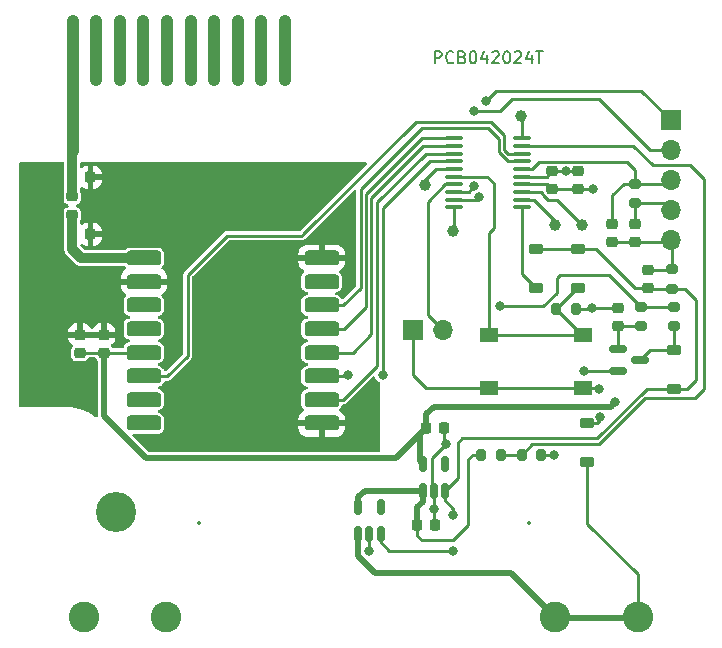
<source format=gbr>
%TF.GenerationSoftware,KiCad,Pcbnew,7.0.10*%
%TF.CreationDate,2025-01-21T12:55:57-05:00*%
%TF.ProjectId,PostAlertMailBoxV6,506f7374-416c-4657-9274-4d61696c426f,V4.0*%
%TF.SameCoordinates,Original*%
%TF.FileFunction,Copper,L1,Top*%
%TF.FilePolarity,Positive*%
%FSLAX46Y46*%
G04 Gerber Fmt 4.6, Leading zero omitted, Abs format (unit mm)*
G04 Created by KiCad (PCBNEW 7.0.10) date 2025-01-21 12:55:57*
%MOMM*%
%LPD*%
G01*
G04 APERTURE LIST*
G04 Aperture macros list*
%AMRoundRect*
0 Rectangle with rounded corners*
0 $1 Rounding radius*
0 $2 $3 $4 $5 $6 $7 $8 $9 X,Y pos of 4 corners*
0 Add a 4 corners polygon primitive as box body*
4,1,4,$2,$3,$4,$5,$6,$7,$8,$9,$2,$3,0*
0 Add four circle primitives for the rounded corners*
1,1,$1+$1,$2,$3*
1,1,$1+$1,$4,$5*
1,1,$1+$1,$6,$7*
1,1,$1+$1,$8,$9*
0 Add four rect primitives between the rounded corners*
20,1,$1+$1,$2,$3,$4,$5,0*
20,1,$1+$1,$4,$5,$6,$7,0*
20,1,$1+$1,$6,$7,$8,$9,0*
20,1,$1+$1,$8,$9,$2,$3,0*%
%AMOutline4P*
0 Free polygon, 4 corners , with rotation*
0 The origin of the aperture is its center*
0 number of corners: always 4*
0 $1 to $8 corner X, Y*
0 $9 Rotation angle, in degrees counterclockwise*
0 create outline with 4 corners*
4,1,4,$1,$2,$3,$4,$5,$6,$7,$8,$1,$2,$9*%
G04 Aperture macros list end*
%ADD10C,0.150000*%
%TA.AperFunction,NonConductor*%
%ADD11C,0.150000*%
%TD*%
%TA.AperFunction,EtchedComponent*%
%ADD12C,1.000000*%
%TD*%
%TA.AperFunction,SMDPad,CuDef*%
%ADD13C,1.000000*%
%TD*%
%TA.AperFunction,SMDPad,CuDef*%
%ADD14RoundRect,0.225000X-0.225000X-0.250000X0.225000X-0.250000X0.225000X0.250000X-0.225000X0.250000X0*%
%TD*%
%TA.AperFunction,SMDPad,CuDef*%
%ADD15R,1.550000X1.300000*%
%TD*%
%TA.AperFunction,SMDPad,CuDef*%
%ADD16RoundRect,0.150000X0.150000X-0.512500X0.150000X0.512500X-0.150000X0.512500X-0.150000X-0.512500X0*%
%TD*%
%TA.AperFunction,SMDPad,CuDef*%
%ADD17RoundRect,0.200000X-0.275000X0.200000X-0.275000X-0.200000X0.275000X-0.200000X0.275000X0.200000X0*%
%TD*%
%TA.AperFunction,SMDPad,CuDef*%
%ADD18RoundRect,0.225000X0.250000X-0.225000X0.250000X0.225000X-0.250000X0.225000X-0.250000X-0.225000X0*%
%TD*%
%TA.AperFunction,SMDPad,CuDef*%
%ADD19RoundRect,0.317500X1.157500X0.317500X-1.157500X0.317500X-1.157500X-0.317500X1.157500X-0.317500X0*%
%TD*%
%TA.AperFunction,SMDPad,CuDef*%
%ADD20RoundRect,0.150000X-0.587500X-0.150000X0.587500X-0.150000X0.587500X0.150000X-0.587500X0.150000X0*%
%TD*%
%TA.AperFunction,SMDPad,CuDef*%
%ADD21RoundRect,0.225000X-0.250000X0.225000X-0.250000X-0.225000X0.250000X-0.225000X0.250000X0.225000X0*%
%TD*%
%TA.AperFunction,SMDPad,CuDef*%
%ADD22RoundRect,0.200000X-0.200000X-0.275000X0.200000X-0.275000X0.200000X0.275000X-0.200000X0.275000X0*%
%TD*%
%TA.AperFunction,ComponentPad*%
%ADD23R,1.700000X1.700000*%
%TD*%
%TA.AperFunction,ComponentPad*%
%ADD24O,1.700000X1.700000*%
%TD*%
%TA.AperFunction,SMDPad,CuDef*%
%ADD25RoundRect,0.225000X-0.375000X0.225000X-0.375000X-0.225000X0.375000X-0.225000X0.375000X0.225000X0*%
%TD*%
%TA.AperFunction,ComponentPad*%
%ADD26C,2.600000*%
%TD*%
%TA.AperFunction,ComponentPad*%
%ADD27C,1.000000*%
%TD*%
%TA.AperFunction,SMDPad,CuDef*%
%ADD28Outline4P,-0.350000X-0.400000X0.350000X-0.400000X0.050000X0.400000X-0.050000X0.400000X180.000000*%
%TD*%
%TA.AperFunction,SMDPad,CuDef*%
%ADD29RoundRect,0.100000X0.637500X0.100000X-0.637500X0.100000X-0.637500X-0.100000X0.637500X-0.100000X0*%
%TD*%
%TA.AperFunction,SMDPad,CuDef*%
%ADD30RoundRect,0.225000X0.375000X-0.225000X0.375000X0.225000X-0.375000X0.225000X-0.375000X-0.225000X0*%
%TD*%
%TA.AperFunction,SMDPad,CuDef*%
%ADD31RoundRect,0.218750X0.256250X-0.218750X0.256250X0.218750X-0.256250X0.218750X-0.256250X-0.218750X0*%
%TD*%
%TA.AperFunction,SMDPad,CuDef*%
%ADD32RoundRect,0.200000X0.275000X-0.200000X0.275000X0.200000X-0.275000X0.200000X-0.275000X-0.200000X0*%
%TD*%
%TA.AperFunction,ComponentPad*%
%ADD33C,3.400000*%
%TD*%
%TA.AperFunction,ViaPad*%
%ADD34C,0.800000*%
%TD*%
%TA.AperFunction,Conductor*%
%ADD35C,0.250000*%
%TD*%
%TA.AperFunction,Conductor*%
%ADD36C,0.500000*%
%TD*%
%TA.AperFunction,Conductor*%
%ADD37C,0.850000*%
%TD*%
%TA.AperFunction,Conductor*%
%ADD38C,0.700000*%
%TD*%
%ADD39C,0.350000*%
G04 APERTURE END LIST*
D10*
D11*
X155530779Y-69592819D02*
X155530779Y-68592819D01*
X155530779Y-68592819D02*
X155911731Y-68592819D01*
X155911731Y-68592819D02*
X156006969Y-68640438D01*
X156006969Y-68640438D02*
X156054588Y-68688057D01*
X156054588Y-68688057D02*
X156102207Y-68783295D01*
X156102207Y-68783295D02*
X156102207Y-68926152D01*
X156102207Y-68926152D02*
X156054588Y-69021390D01*
X156054588Y-69021390D02*
X156006969Y-69069009D01*
X156006969Y-69069009D02*
X155911731Y-69116628D01*
X155911731Y-69116628D02*
X155530779Y-69116628D01*
X157102207Y-69497580D02*
X157054588Y-69545200D01*
X157054588Y-69545200D02*
X156911731Y-69592819D01*
X156911731Y-69592819D02*
X156816493Y-69592819D01*
X156816493Y-69592819D02*
X156673636Y-69545200D01*
X156673636Y-69545200D02*
X156578398Y-69449961D01*
X156578398Y-69449961D02*
X156530779Y-69354723D01*
X156530779Y-69354723D02*
X156483160Y-69164247D01*
X156483160Y-69164247D02*
X156483160Y-69021390D01*
X156483160Y-69021390D02*
X156530779Y-68830914D01*
X156530779Y-68830914D02*
X156578398Y-68735676D01*
X156578398Y-68735676D02*
X156673636Y-68640438D01*
X156673636Y-68640438D02*
X156816493Y-68592819D01*
X156816493Y-68592819D02*
X156911731Y-68592819D01*
X156911731Y-68592819D02*
X157054588Y-68640438D01*
X157054588Y-68640438D02*
X157102207Y-68688057D01*
X157864112Y-69069009D02*
X158006969Y-69116628D01*
X158006969Y-69116628D02*
X158054588Y-69164247D01*
X158054588Y-69164247D02*
X158102207Y-69259485D01*
X158102207Y-69259485D02*
X158102207Y-69402342D01*
X158102207Y-69402342D02*
X158054588Y-69497580D01*
X158054588Y-69497580D02*
X158006969Y-69545200D01*
X158006969Y-69545200D02*
X157911731Y-69592819D01*
X157911731Y-69592819D02*
X157530779Y-69592819D01*
X157530779Y-69592819D02*
X157530779Y-68592819D01*
X157530779Y-68592819D02*
X157864112Y-68592819D01*
X157864112Y-68592819D02*
X157959350Y-68640438D01*
X157959350Y-68640438D02*
X158006969Y-68688057D01*
X158006969Y-68688057D02*
X158054588Y-68783295D01*
X158054588Y-68783295D02*
X158054588Y-68878533D01*
X158054588Y-68878533D02*
X158006969Y-68973771D01*
X158006969Y-68973771D02*
X157959350Y-69021390D01*
X157959350Y-69021390D02*
X157864112Y-69069009D01*
X157864112Y-69069009D02*
X157530779Y-69069009D01*
X158721255Y-68592819D02*
X158816493Y-68592819D01*
X158816493Y-68592819D02*
X158911731Y-68640438D01*
X158911731Y-68640438D02*
X158959350Y-68688057D01*
X158959350Y-68688057D02*
X159006969Y-68783295D01*
X159006969Y-68783295D02*
X159054588Y-68973771D01*
X159054588Y-68973771D02*
X159054588Y-69211866D01*
X159054588Y-69211866D02*
X159006969Y-69402342D01*
X159006969Y-69402342D02*
X158959350Y-69497580D01*
X158959350Y-69497580D02*
X158911731Y-69545200D01*
X158911731Y-69545200D02*
X158816493Y-69592819D01*
X158816493Y-69592819D02*
X158721255Y-69592819D01*
X158721255Y-69592819D02*
X158626017Y-69545200D01*
X158626017Y-69545200D02*
X158578398Y-69497580D01*
X158578398Y-69497580D02*
X158530779Y-69402342D01*
X158530779Y-69402342D02*
X158483160Y-69211866D01*
X158483160Y-69211866D02*
X158483160Y-68973771D01*
X158483160Y-68973771D02*
X158530779Y-68783295D01*
X158530779Y-68783295D02*
X158578398Y-68688057D01*
X158578398Y-68688057D02*
X158626017Y-68640438D01*
X158626017Y-68640438D02*
X158721255Y-68592819D01*
X159911731Y-68926152D02*
X159911731Y-69592819D01*
X159673636Y-68545200D02*
X159435541Y-69259485D01*
X159435541Y-69259485D02*
X160054588Y-69259485D01*
X160387922Y-68688057D02*
X160435541Y-68640438D01*
X160435541Y-68640438D02*
X160530779Y-68592819D01*
X160530779Y-68592819D02*
X160768874Y-68592819D01*
X160768874Y-68592819D02*
X160864112Y-68640438D01*
X160864112Y-68640438D02*
X160911731Y-68688057D01*
X160911731Y-68688057D02*
X160959350Y-68783295D01*
X160959350Y-68783295D02*
X160959350Y-68878533D01*
X160959350Y-68878533D02*
X160911731Y-69021390D01*
X160911731Y-69021390D02*
X160340303Y-69592819D01*
X160340303Y-69592819D02*
X160959350Y-69592819D01*
X161578398Y-68592819D02*
X161673636Y-68592819D01*
X161673636Y-68592819D02*
X161768874Y-68640438D01*
X161768874Y-68640438D02*
X161816493Y-68688057D01*
X161816493Y-68688057D02*
X161864112Y-68783295D01*
X161864112Y-68783295D02*
X161911731Y-68973771D01*
X161911731Y-68973771D02*
X161911731Y-69211866D01*
X161911731Y-69211866D02*
X161864112Y-69402342D01*
X161864112Y-69402342D02*
X161816493Y-69497580D01*
X161816493Y-69497580D02*
X161768874Y-69545200D01*
X161768874Y-69545200D02*
X161673636Y-69592819D01*
X161673636Y-69592819D02*
X161578398Y-69592819D01*
X161578398Y-69592819D02*
X161483160Y-69545200D01*
X161483160Y-69545200D02*
X161435541Y-69497580D01*
X161435541Y-69497580D02*
X161387922Y-69402342D01*
X161387922Y-69402342D02*
X161340303Y-69211866D01*
X161340303Y-69211866D02*
X161340303Y-68973771D01*
X161340303Y-68973771D02*
X161387922Y-68783295D01*
X161387922Y-68783295D02*
X161435541Y-68688057D01*
X161435541Y-68688057D02*
X161483160Y-68640438D01*
X161483160Y-68640438D02*
X161578398Y-68592819D01*
X162292684Y-68688057D02*
X162340303Y-68640438D01*
X162340303Y-68640438D02*
X162435541Y-68592819D01*
X162435541Y-68592819D02*
X162673636Y-68592819D01*
X162673636Y-68592819D02*
X162768874Y-68640438D01*
X162768874Y-68640438D02*
X162816493Y-68688057D01*
X162816493Y-68688057D02*
X162864112Y-68783295D01*
X162864112Y-68783295D02*
X162864112Y-68878533D01*
X162864112Y-68878533D02*
X162816493Y-69021390D01*
X162816493Y-69021390D02*
X162245065Y-69592819D01*
X162245065Y-69592819D02*
X162864112Y-69592819D01*
X163721255Y-68926152D02*
X163721255Y-69592819D01*
X163483160Y-68545200D02*
X163245065Y-69259485D01*
X163245065Y-69259485D02*
X163864112Y-69259485D01*
X164102208Y-68592819D02*
X164673636Y-68592819D01*
X164387922Y-69592819D02*
X164387922Y-68592819D01*
D12*
%TO.C,AE1*%
X124858000Y-77040500D02*
X124858000Y-66040500D01*
X126858000Y-66040500D02*
X126858000Y-71040500D01*
X128858000Y-66040500D02*
X128858000Y-71040500D01*
X130858000Y-66040500D02*
X130858000Y-71040500D01*
X132858000Y-66040500D02*
X132858000Y-71040500D01*
X134858000Y-66040500D02*
X134858000Y-71040500D01*
X136858000Y-66040500D02*
X136858000Y-71040500D01*
X138858000Y-66040500D02*
X138858000Y-71040500D01*
X140858000Y-66040500D02*
X140858000Y-71040500D01*
X142858000Y-66040500D02*
X142858000Y-71040500D01*
%TD*%
D13*
%TO.P,TP4,1,1*%
%TO.N,Net-(U3-PC14)*%
X165735000Y-83312000D03*
%TD*%
D14*
%TO.P,C3,1*%
%TO.N,+3.3V*%
X154800000Y-100457000D03*
%TO.P,C3,2*%
%TO.N,GND*%
X156350000Y-100457000D03*
%TD*%
D15*
%TO.P,SW2,1,1*%
%TO.N,/Pair*%
X160109000Y-92619000D03*
X168059000Y-92619000D03*
%TO.P,SW2,2,2*%
%TO.N,Net-(D1-K)*%
X160109000Y-97119000D03*
X168059000Y-97119000D03*
%TD*%
D16*
%TO.P,U1,1,VDD*%
%TO.N,/B+*%
X149037000Y-109468500D03*
%TO.P,U1,2,GND*%
%TO.N,GND*%
X149987000Y-109468500D03*
%TO.P,U1,3,EN*%
%TO.N,/PWR_EN*%
X150937000Y-109468500D03*
%TO.P,U1,4,NC*%
%TO.N,unconnected-(U1-NC-Pad4)*%
X150937000Y-107193500D03*
%TO.P,U1,5,OUT*%
%TO.N,Net-(U1-OUT)*%
X149037000Y-107193500D03*
%TD*%
D17*
%TO.P,R7,1*%
%TO.N,/Tilt*%
X172974000Y-90234000D03*
%TO.P,R7,2*%
%TO.N,Net-(Q1-B)*%
X172974000Y-91884000D03*
%TD*%
D13*
%TO.P,TP3,1,1*%
%TO.N,/TXD*%
X154686000Y-79883000D03*
%TD*%
D18*
%TO.P,C7,1*%
%TO.N,+3.3V*%
X127508000Y-94120000D03*
%TO.P,C7,2*%
%TO.N,GND*%
X127508000Y-92570000D03*
%TD*%
D19*
%TO.P,U2,1,GND*%
%TO.N,GND*%
X145955000Y-100091000D03*
%TO.P,U2,2,MISO*%
%TO.N,/MISO*%
X145955000Y-98091000D03*
%TO.P,U2,3,MOSI*%
%TO.N,/MOSI*%
X145955000Y-96091000D03*
%TO.P,U2,4,SCK*%
%TO.N,/SCK*%
X145955000Y-94091000D03*
%TO.P,U2,5,NSS*%
%TO.N,/NSS*%
X145955000Y-92091000D03*
%TO.P,U2,6,RESET*%
%TO.N,/RST*%
X145955000Y-90091000D03*
%TO.P,U2,7,DIO5*%
%TO.N,unconnected-(U2-DIO5-Pad7)*%
X145955000Y-88091000D03*
%TO.P,U2,8,GND*%
%TO.N,GND*%
X145955000Y-86091000D03*
%TO.P,U2,9,ANT*%
%TO.N,Net-(U2-ANT)*%
X130905000Y-86091000D03*
%TO.P,U2,10,GND*%
%TO.N,GND*%
X130905000Y-88091000D03*
%TO.P,U2,11,DIO3*%
%TO.N,unconnected-(U2-DIO3-Pad11)*%
X130905000Y-90091000D03*
%TO.P,U2,12,DIO4*%
%TO.N,unconnected-(U2-DIO4-Pad12)*%
X130905000Y-92091000D03*
%TO.P,U2,13,3.3V*%
%TO.N,+3.3V*%
X130905000Y-94091000D03*
%TO.P,U2,14,DIO0*%
%TO.N,/LoRaIRQ*%
X130905000Y-96091000D03*
%TO.P,U2,15,DIO1*%
%TO.N,unconnected-(U2-DIO1-Pad15)*%
X130905000Y-98091000D03*
%TO.P,U2,16,DIO2*%
%TO.N,unconnected-(U2-DIO2-Pad16)*%
X130905000Y-100091000D03*
%TD*%
D18*
%TO.P,C6,1*%
%TO.N,+3.3V*%
X125476000Y-94120000D03*
%TO.P,C6,2*%
%TO.N,GND*%
X125476000Y-92570000D03*
%TD*%
D20*
%TO.P,Q1,1,B*%
%TO.N,Net-(Q1-B)*%
X171020500Y-93792000D03*
%TO.P,Q1,2,E*%
%TO.N,GND*%
X171020500Y-95692000D03*
%TO.P,Q1,3,C*%
%TO.N,Net-(D2-A)*%
X172895500Y-94742000D03*
%TD*%
D21*
%TO.P,C8,1*%
%TO.N,/NRST*%
X170561000Y-83172000D03*
%TO.P,C8,2*%
%TO.N,GND*%
X170561000Y-84722000D03*
%TD*%
D22*
%TO.P,R4,1*%
%TO.N,/Pair*%
X165799000Y-90424000D03*
%TO.P,R4,2*%
%TO.N,GND*%
X167449000Y-90424000D03*
%TD*%
D17*
%TO.P,R8,1*%
%TO.N,/Tilt*%
X175768000Y-90234000D03*
%TO.P,R8,2*%
%TO.N,Net-(D2-A)*%
X175768000Y-91884000D03*
%TD*%
D23*
%TO.P,J1,1,Pin_1*%
%TO.N,/SWCLK*%
X175514000Y-74422000D03*
D24*
%TO.P,J1,2,Pin_2*%
%TO.N,/SWDIO*%
X175514000Y-76962000D03*
%TO.P,J1,3,Pin_3*%
%TO.N,/NRST*%
X175514000Y-79502000D03*
%TO.P,J1,4,Pin_4*%
%TO.N,+3.3V*%
X175514000Y-82042000D03*
%TO.P,J1,5,Pin_5*%
%TO.N,GND*%
X175514000Y-84582000D03*
%TD*%
D25*
%TO.P,D3,1,K*%
%TO.N,/PWR_EN*%
X167640000Y-85345000D03*
%TO.P,D3,2,A*%
%TO.N,/Pair*%
X167640000Y-88645000D03*
%TD*%
D26*
%TO.P,J2,1,Pin_1*%
%TO.N,/B+*%
X172700000Y-116500000D03*
X165700000Y-116500000D03*
%TD*%
D23*
%TO.P,SW1,1,1*%
%TO.N,Net-(D1-K)*%
X153665000Y-92202000D03*
D24*
%TO.P,SW1,2,2*%
%TO.N,/Tilt*%
X156205000Y-92202000D03*
%TD*%
D27*
%TO.P,AE1,*%
%TO.N,*%
X124858000Y-66040500D03*
X126858000Y-66040500D03*
X126858000Y-71040500D03*
X128858000Y-66040500D03*
X128858000Y-71040500D03*
X130858000Y-66040500D03*
X130858000Y-71040500D03*
X132858000Y-66040500D03*
X132858000Y-71040500D03*
X134858000Y-66040500D03*
X134858000Y-71040500D03*
X136858000Y-66040500D03*
X136858000Y-71040500D03*
X138858000Y-66040500D03*
X138858000Y-71040500D03*
X140858000Y-66040500D03*
X140858000Y-71040500D03*
X142858000Y-66040500D03*
X142858000Y-71040500D03*
D28*
%TO.P,AE1,1,A*%
%TO.N,Net-(AE1-A)*%
X124858000Y-77740500D03*
%TD*%
D13*
%TO.P,TP2,1,1*%
%TO.N,/RXD*%
X162814000Y-74041000D03*
%TD*%
D14*
%TO.P,C2,1*%
%TO.N,Net-(AE1-A)*%
X124828000Y-79248000D03*
%TO.P,C2,2*%
%TO.N,GND*%
X126378000Y-79248000D03*
%TD*%
D29*
%TO.P,U3,1,PB7*%
%TO.N,/PWR_HOLD*%
X162882500Y-81792000D03*
%TO.P,U3,2,PC14*%
%TO.N,Net-(U3-PC14)*%
X162882500Y-81142000D03*
%TO.P,U3,3,PC15*%
%TO.N,Net-(U3-PC15)*%
X162882500Y-80492000D03*
%TO.P,U3,4,VDD*%
%TO.N,+3.3V*%
X162882500Y-79842000D03*
%TO.P,U3,5,VSS*%
%TO.N,GND*%
X162882500Y-79192000D03*
%TO.P,U3,6,PF2*%
%TO.N,/NRST*%
X162882500Y-78542000D03*
%TO.P,U3,7,PA0*%
%TO.N,/RST*%
X162882500Y-77892000D03*
%TO.P,U3,8,PA1*%
%TO.N,/LoRaIRQ*%
X162882500Y-77242000D03*
%TO.P,U3,9,PA2*%
%TO.N,/BatV*%
X162882500Y-76592000D03*
%TO.P,U3,10,PA3*%
%TO.N,/RXD*%
X162882500Y-75942000D03*
%TO.P,U3,11,PA4*%
%TO.N,/NSS*%
X157157500Y-75942000D03*
%TO.P,U3,12,PA5*%
%TO.N,/SCK*%
X157157500Y-76592000D03*
%TO.P,U3,13,PA6*%
%TO.N,/MISO*%
X157157500Y-77242000D03*
%TO.P,U3,14,PA7*%
%TO.N,/MOSI*%
X157157500Y-77892000D03*
%TO.P,U3,15,PA8*%
%TO.N,/TXD*%
X157157500Y-78542000D03*
%TO.P,U3,16,PA9/PA11*%
%TO.N,/Pair*%
X157157500Y-79192000D03*
%TO.P,U3,17,PA10/PA12*%
%TO.N,/Tilt*%
X157157500Y-79842000D03*
%TO.P,U3,18,PA13*%
%TO.N,/SWDIO*%
X157157500Y-80492000D03*
%TO.P,U3,19,PA14*%
%TO.N,/SWCLK*%
X157157500Y-81142000D03*
%TO.P,U3,20,PB6*%
%TO.N,Net-(U3-PB6)*%
X157157500Y-81792000D03*
%TD*%
D30*
%TO.P,D2,1,K*%
%TO.N,/PWR_EN*%
X175768000Y-97154000D03*
%TO.P,D2,2,A*%
%TO.N,Net-(D2-A)*%
X175768000Y-93854000D03*
%TD*%
D22*
%TO.P,R3,1*%
%TO.N,/BatV*%
X162878000Y-102743000D03*
%TO.P,R3,2*%
%TO.N,GND*%
X164528000Y-102743000D03*
%TD*%
D18*
%TO.P,C9,1*%
%TO.N,/PWR_EN*%
X173609000Y-88659000D03*
%TO.P,C9,2*%
%TO.N,GND*%
X173609000Y-87109000D03*
%TD*%
%TO.P,C5,1*%
%TO.N,+3.3V*%
X165481000Y-80277000D03*
%TO.P,C5,2*%
%TO.N,GND*%
X165481000Y-78727000D03*
%TD*%
D31*
%TO.P,L1,1,1*%
%TO.N,Net-(U2-ANT)*%
X124841000Y-82448500D03*
%TO.P,L1,2,2*%
%TO.N,Net-(AE1-A)*%
X124841000Y-80873500D03*
%TD*%
D14*
%TO.P,C13,1*%
%TO.N,Net-(U1-OUT)*%
X154038000Y-108712000D03*
%TO.P,C13,2*%
%TO.N,GND*%
X155588000Y-108712000D03*
%TD*%
D25*
%TO.P,D1,1,K*%
%TO.N,Net-(D1-K)*%
X168402000Y-100077000D03*
%TO.P,D1,2,A*%
%TO.N,/B+*%
X168402000Y-103377000D03*
%TD*%
D22*
%TO.P,R1,1*%
%TO.N,Net-(U1-OUT)*%
X159449000Y-102743000D03*
%TO.P,R1,2*%
%TO.N,/BatV*%
X161099000Y-102743000D03*
%TD*%
D25*
%TO.P,D4,1,K*%
%TO.N,/PWR_EN*%
X164084000Y-85345000D03*
%TO.P,D4,2,A*%
%TO.N,/PWR_HOLD*%
X164084000Y-88645000D03*
%TD*%
D13*
%TO.P,TP6,1,1*%
%TO.N,Net-(U3-PB6)*%
X157099000Y-83820000D03*
%TD*%
D26*
%TO.P,J3,1,Pin_1*%
%TO.N,GND*%
X125800000Y-116500000D03*
X132800000Y-116500000D03*
%TD*%
D32*
%TO.P,R6,1*%
%TO.N,/PWR_EN*%
X175641000Y-88709000D03*
%TO.P,R6,2*%
%TO.N,GND*%
X175641000Y-87059000D03*
%TD*%
D21*
%TO.P,C10,1*%
%TO.N,+3.3V*%
X172466000Y-83172000D03*
%TO.P,C10,2*%
%TO.N,GND*%
X172466000Y-84722000D03*
%TD*%
D13*
%TO.P,TP5,1,1*%
%TO.N,Net-(U3-PC15)*%
X168021000Y-83312000D03*
%TD*%
D18*
%TO.P,C4,1*%
%TO.N,+3.3V*%
X167640000Y-80277000D03*
%TO.P,C4,2*%
%TO.N,GND*%
X167640000Y-78727000D03*
%TD*%
D32*
%TO.P,R2,1*%
%TO.N,+3.3V*%
X172466000Y-81470000D03*
%TO.P,R2,2*%
%TO.N,/NRST*%
X172466000Y-79820000D03*
%TD*%
D18*
%TO.P,C11,1*%
%TO.N,Net-(Q1-B)*%
X171069000Y-91834000D03*
%TO.P,C11,2*%
%TO.N,GND*%
X171069000Y-90284000D03*
%TD*%
D14*
%TO.P,C1,1*%
%TO.N,Net-(U2-ANT)*%
X124828000Y-84074000D03*
%TO.P,C1,2*%
%TO.N,GND*%
X126378000Y-84074000D03*
%TD*%
D33*
%TO.P,TP1,1,1*%
%TO.N,GND*%
X128524000Y-107569000D03*
%TD*%
D16*
%TO.P,U4,1,VIN*%
%TO.N,Net-(U1-OUT)*%
X154498000Y-105785500D03*
%TO.P,U4,2,GND*%
%TO.N,GND*%
X155448000Y-105785500D03*
%TO.P,U4,3,CE*%
%TO.N,/PWR_EN*%
X156398000Y-105785500D03*
%TO.P,U4,4,NC*%
%TO.N,unconnected-(U4-NC-Pad4)*%
X156398000Y-103510500D03*
%TO.P,U4,5,VOUT*%
%TO.N,+3.3V*%
X154498000Y-103510500D03*
%TD*%
D34*
%TO.N,GND*%
X168808880Y-90283765D03*
X123317000Y-81788000D03*
X126365000Y-81788000D03*
X128143000Y-79248000D03*
X133477000Y-79121000D03*
X127889000Y-84074000D03*
X133604000Y-88138000D03*
X166624000Y-78740000D03*
X123317000Y-79248000D03*
X149987000Y-110871000D03*
X165608000Y-102743000D03*
X143764000Y-79121000D03*
X148463000Y-86106000D03*
X123063000Y-86106000D03*
X128143000Y-88011000D03*
X139192000Y-79121000D03*
X143383000Y-86106000D03*
X148590000Y-100071347D03*
X147447000Y-78994000D03*
X145923000Y-84328000D03*
X127508000Y-90932000D03*
X125476000Y-90932000D03*
X168148000Y-95631000D03*
X143129000Y-100076000D03*
X156464000Y-101854000D03*
X155448000Y-107315000D03*
%TO.N,+3.3V*%
X168897000Y-80277000D03*
X170815000Y-98298000D03*
%TO.N,/Tilt*%
X161036000Y-90170000D03*
%TO.N,/PWR_EN*%
X157099000Y-107823000D03*
X157099000Y-110871000D03*
%TO.N,/MOSI*%
X151130000Y-96012000D03*
X148209000Y-96012000D03*
%TO.N,/SWDIO*%
X158877000Y-73660000D03*
X158877000Y-80010000D03*
%TO.N,/SWCLK*%
X159893000Y-72771000D03*
X159270920Y-80929147D03*
%TO.N,Net-(D1-K)*%
X169455000Y-97192000D03*
X169545000Y-99568000D03*
%TD*%
D35*
%TO.N,GND*%
X166624000Y-78740000D02*
X166637000Y-78727000D01*
X175120000Y-84976000D02*
X175514000Y-84582000D01*
X175591000Y-87109000D02*
X175641000Y-87059000D01*
X155448000Y-105785500D02*
X155321000Y-105658500D01*
X165481000Y-78727000D02*
X166611000Y-78727000D01*
X170561000Y-84722000D02*
X172466000Y-84722000D01*
X155448000Y-108572000D02*
X155588000Y-108712000D01*
X165016000Y-79192000D02*
X165481000Y-78727000D01*
X172466000Y-84722000D02*
X175374000Y-84722000D01*
X175641000Y-87059000D02*
X175641000Y-84709000D01*
X164528000Y-102743000D02*
X165608000Y-102743000D01*
X166611000Y-78727000D02*
X166624000Y-78740000D01*
X155321000Y-102997000D02*
X156464000Y-101854000D01*
X156464000Y-101854000D02*
X156350000Y-101740000D01*
X173609000Y-87109000D02*
X175591000Y-87109000D01*
X168668645Y-90424000D02*
X168808880Y-90283765D01*
X162882500Y-79192000D02*
X165016000Y-79192000D01*
X155321000Y-105658500D02*
X155321000Y-102997000D01*
X175641000Y-84709000D02*
X175514000Y-84582000D01*
X155448000Y-107315000D02*
X155448000Y-108572000D01*
X156350000Y-101740000D02*
X156350000Y-100457000D01*
X170959500Y-95631000D02*
X168148000Y-95631000D01*
X171020500Y-95692000D02*
X170959500Y-95631000D01*
X167449000Y-90424000D02*
X168668645Y-90424000D01*
X171069000Y-90284000D02*
X171068765Y-90283765D01*
X166637000Y-78727000D02*
X167640000Y-78727000D01*
X171068765Y-90283765D02*
X168808880Y-90283765D01*
X149987000Y-109468500D02*
X149987000Y-110871000D01*
X155448000Y-107315000D02*
X155448000Y-105785500D01*
X175374000Y-84722000D02*
X175514000Y-84582000D01*
%TO.N,/Pair*%
X160528000Y-83566000D02*
X160109000Y-83985000D01*
X167994000Y-92619000D02*
X168059000Y-92619000D01*
X167640000Y-88645000D02*
X167578000Y-88645000D01*
X159964000Y-79192000D02*
X160528000Y-79756000D01*
X165799000Y-90424000D02*
X167994000Y-92619000D01*
X157157500Y-79192000D02*
X159964000Y-79192000D01*
X160528000Y-79756000D02*
X160528000Y-83566000D01*
X168059000Y-92619000D02*
X168023000Y-92583000D01*
X160145000Y-92583000D02*
X160109000Y-92619000D01*
X167578000Y-88645000D02*
X165799000Y-90424000D01*
X160109000Y-83985000D02*
X160109000Y-92619000D01*
X168023000Y-92583000D02*
X160145000Y-92583000D01*
D36*
%TO.N,+3.3V*%
X127508000Y-99441000D02*
X131064000Y-102997000D01*
X131064000Y-102997000D02*
X152260000Y-102997000D01*
D35*
X165046000Y-79842000D02*
X165481000Y-80277000D01*
X127508000Y-94120000D02*
X130876000Y-94120000D01*
X172466000Y-83172000D02*
X172466000Y-81470000D01*
X167640000Y-80277000D02*
X168897000Y-80277000D01*
X174942000Y-81470000D02*
X175514000Y-82042000D01*
D36*
X155448000Y-98679000D02*
X154800000Y-99327000D01*
X170434000Y-98679000D02*
X155448000Y-98679000D01*
D35*
X165481000Y-80277000D02*
X167640000Y-80277000D01*
D36*
X154292000Y-100965000D02*
X154800000Y-100457000D01*
D35*
X172466000Y-81470000D02*
X174942000Y-81470000D01*
X125476000Y-94120000D02*
X127508000Y-94120000D01*
D36*
X154292000Y-103304500D02*
X154292000Y-100965000D01*
X170815000Y-98298000D02*
X170434000Y-98679000D01*
X152260000Y-102997000D02*
X154800000Y-100457000D01*
D35*
X162882500Y-79842000D02*
X165046000Y-79842000D01*
D36*
X154800000Y-99327000D02*
X154800000Y-100457000D01*
X154498000Y-103510500D02*
X154292000Y-103304500D01*
X127508000Y-94120000D02*
X127508000Y-99441000D01*
D35*
X130876000Y-94120000D02*
X130905000Y-94091000D01*
%TO.N,/Tilt*%
X157157500Y-79842000D02*
X156420001Y-79842000D01*
X156420001Y-79842000D02*
X154940000Y-81322001D01*
X154940000Y-90937000D02*
X156205000Y-92202000D01*
X166116000Y-87503000D02*
X165862000Y-87757000D01*
X175768000Y-90234000D02*
X172974000Y-90234000D01*
X154940000Y-81322001D02*
X154940000Y-90937000D01*
X172974000Y-90234000D02*
X170243000Y-87503000D01*
X170243000Y-87503000D02*
X166116000Y-87503000D01*
X164719000Y-90170000D02*
X161036000Y-90170000D01*
X165862000Y-87757000D02*
X165862000Y-89027000D01*
X165862000Y-89027000D02*
X164719000Y-90170000D01*
D36*
%TO.N,/B+*%
X165700000Y-116500000D02*
X161976000Y-112776000D01*
X172614000Y-116586000D02*
X172700000Y-116500000D01*
X165786000Y-116586000D02*
X172614000Y-116586000D01*
X149037000Y-111318000D02*
X149037000Y-109468500D01*
D35*
X172700000Y-112883000D02*
X168402000Y-108585000D01*
X172700000Y-116500000D02*
X172700000Y-112883000D01*
D36*
X150495000Y-112776000D02*
X149037000Y-111318000D01*
D35*
X168402000Y-108585000D02*
X168402000Y-103377000D01*
D36*
X161976000Y-112776000D02*
X150495000Y-112776000D01*
X165700000Y-116500000D02*
X165786000Y-116586000D01*
D35*
X165614000Y-116586000D02*
X165700000Y-116500000D01*
%TO.N,/PWR_EN*%
X173609000Y-88659000D02*
X172479000Y-88659000D01*
X151638000Y-110871000D02*
X150937000Y-110170000D01*
X150937000Y-110170000D02*
X150937000Y-109468500D01*
X164084000Y-85345000D02*
X167640000Y-85345000D01*
X157099000Y-107823000D02*
X157099000Y-107315000D01*
X175641000Y-88709000D02*
X176720000Y-88709000D01*
X173659000Y-88709000D02*
X173609000Y-88659000D01*
X156398000Y-106614000D02*
X156398000Y-105785500D01*
X157480000Y-101727000D02*
X157480000Y-104703500D01*
X175641000Y-88709000D02*
X173659000Y-88709000D01*
X172479000Y-88659000D02*
X170180000Y-86360000D01*
X157099000Y-110871000D02*
X151638000Y-110871000D01*
X176720000Y-88709000D02*
X177673000Y-89662000D01*
X173481604Y-97154000D02*
X169289604Y-101346000D01*
X177673000Y-89662000D02*
X177673000Y-96393000D01*
X177673000Y-96393000D02*
X176912000Y-97154000D01*
X169165000Y-85345000D02*
X170180000Y-86360000D01*
X167640000Y-85345000D02*
X169165000Y-85345000D01*
X176912000Y-97154000D02*
X175768000Y-97154000D01*
X169289604Y-101346000D02*
X157861000Y-101346000D01*
X175768000Y-97154000D02*
X173481604Y-97154000D01*
X157099000Y-107315000D02*
X156398000Y-106614000D01*
X157480000Y-104703500D02*
X156398000Y-105785500D01*
X157861000Y-101346000D02*
X157480000Y-101727000D01*
%TO.N,/PWR_HOLD*%
X164084000Y-88645000D02*
X162882500Y-87443500D01*
X162882500Y-87443500D02*
X162882500Y-81792000D01*
%TO.N,/RST*%
X160967000Y-77148396D02*
X161710604Y-77892000D01*
X149272000Y-80217000D02*
X154432000Y-75057000D01*
X154432000Y-75057000D02*
X160020000Y-75057000D01*
X161710604Y-77892000D02*
X162882500Y-77892000D01*
X160020000Y-75057000D02*
X160967000Y-76004000D01*
X145955000Y-90091000D02*
X147780000Y-90091000D01*
X147780000Y-90091000D02*
X149272000Y-88599000D01*
X160967000Y-76004000D02*
X160967000Y-77148396D01*
X149272000Y-88599000D02*
X149272000Y-80217000D01*
%TO.N,/BatV*%
X178308000Y-79375000D02*
X178308000Y-97155000D01*
X162882500Y-76592000D02*
X172350000Y-76592000D01*
X177165000Y-78232000D02*
X178308000Y-79375000D01*
X173343000Y-97929000D02*
X169418000Y-101854000D01*
X172350000Y-76592000D02*
X173990000Y-78232000D01*
X177534000Y-97929000D02*
X173343000Y-97929000D01*
X173990000Y-78232000D02*
X177165000Y-78232000D01*
X161099000Y-102743000D02*
X162878000Y-102743000D01*
X178308000Y-97155000D02*
X177534000Y-97929000D01*
X169418000Y-101854000D02*
X163767000Y-101854000D01*
X163767000Y-101854000D02*
X162878000Y-102743000D01*
%TO.N,/MISO*%
X150622000Y-81383273D02*
X150622000Y-95250000D01*
X147781000Y-98091000D02*
X145955000Y-98091000D01*
X157157500Y-77242000D02*
X154763273Y-77242000D01*
X150622000Y-95250000D02*
X147781000Y-98091000D01*
X154763273Y-77242000D02*
X150622000Y-81383273D01*
%TO.N,/SCK*%
X150172000Y-92525000D02*
X148606000Y-94091000D01*
X148606000Y-94091000D02*
X145955000Y-94091000D01*
X154548000Y-76592000D02*
X150172000Y-80968000D01*
X157157500Y-76592000D02*
X154548000Y-76592000D01*
X150172000Y-80968000D02*
X150172000Y-92525000D01*
%TO.N,/MOSI*%
X155129273Y-77892000D02*
X151130000Y-81891273D01*
X151130000Y-81891273D02*
X151130000Y-96012000D01*
X148130000Y-96091000D02*
X148209000Y-96012000D01*
X157157500Y-77892000D02*
X155129273Y-77892000D01*
X145955000Y-96091000D02*
X148130000Y-96091000D01*
%TO.N,/NSS*%
X154436000Y-75942000D02*
X149722000Y-80656000D01*
X157157500Y-75942000D02*
X154436000Y-75942000D01*
X149722000Y-90213000D02*
X147844000Y-92091000D01*
X147844000Y-92091000D02*
X145955000Y-92091000D01*
X149722000Y-80656000D02*
X149722000Y-90213000D01*
%TO.N,/LoRaIRQ*%
X137922000Y-84201000D02*
X134620000Y-87503000D01*
X161697000Y-77242000D02*
X161417000Y-76962000D01*
X144272000Y-84201000D02*
X137922000Y-84201000D01*
X134620000Y-87503000D02*
X134620000Y-94361000D01*
X161417000Y-75692000D02*
X160274000Y-74549000D01*
X132890000Y-96091000D02*
X130905000Y-96091000D01*
X160274000Y-74549000D02*
X153933305Y-74549000D01*
X144408305Y-84074000D02*
X144399000Y-84074000D01*
X153933305Y-74549000D02*
X144408305Y-84074000D01*
X134620000Y-94361000D02*
X132890000Y-96091000D01*
X162882500Y-77242000D02*
X161697000Y-77242000D01*
X144399000Y-84074000D02*
X144272000Y-84201000D01*
X161417000Y-76962000D02*
X161417000Y-75692000D01*
%TO.N,/SWDIO*%
X173736000Y-76962000D02*
X175514000Y-76962000D01*
X157157500Y-80492000D02*
X158395000Y-80492000D01*
X169418000Y-72644000D02*
X173736000Y-76962000D01*
X162052000Y-72644000D02*
X169418000Y-72644000D01*
X158395000Y-80492000D02*
X158877000Y-80010000D01*
X161036000Y-73660000D02*
X162052000Y-72644000D01*
X158877000Y-73660000D02*
X161036000Y-73660000D01*
%TO.N,/SWCLK*%
X159058067Y-81142000D02*
X159270920Y-80929147D01*
X173011000Y-71919000D02*
X175514000Y-74422000D01*
X160745000Y-71919000D02*
X173011000Y-71919000D01*
X157157500Y-81142000D02*
X159058067Y-81142000D01*
X159893000Y-72771000D02*
X160745000Y-71919000D01*
D37*
%TO.N,Net-(U2-ANT)*%
X124841000Y-85344000D02*
X124841000Y-84314000D01*
D38*
X125618000Y-86091000D02*
X125603000Y-86106000D01*
D37*
X124841000Y-83934000D02*
X124841000Y-82601500D01*
X130905000Y-86091000D02*
X125618000Y-86091000D01*
X125603000Y-86106000D02*
X124841000Y-85344000D01*
D38*
%TO.N,Net-(AE1-A)*%
X124714000Y-80873500D02*
X124841000Y-80746500D01*
X124841000Y-79489000D02*
X124714000Y-79362000D01*
D37*
X124841000Y-80746500D02*
X124841000Y-79489000D01*
X124828000Y-79248000D02*
X124828000Y-77000000D01*
D35*
%TO.N,/RXD*%
X162882500Y-75942000D02*
X162882500Y-74109500D01*
X162882500Y-74109500D02*
X162814000Y-74041000D01*
%TO.N,/TXD*%
X155646000Y-78542000D02*
X157157500Y-78542000D01*
X154686000Y-79502000D02*
X155646000Y-78542000D01*
%TO.N,Net-(U3-PC14)*%
X162882500Y-81142000D02*
X163946000Y-81142000D01*
X163946000Y-81142000D02*
X165735000Y-82931000D01*
X165735000Y-82931000D02*
X165735000Y-83312000D01*
%TO.N,Net-(U3-PC15)*%
X164681000Y-80692000D02*
X164681000Y-80736052D01*
X162882500Y-80492000D02*
X164481000Y-80492000D01*
X165862000Y-81153000D02*
X168021000Y-83312000D01*
X164681000Y-80736052D02*
X165097948Y-81153000D01*
X165097948Y-81153000D02*
X165862000Y-81153000D01*
X164481000Y-80492000D02*
X164681000Y-80692000D01*
%TO.N,Net-(U3-PB6)*%
X157157500Y-83761500D02*
X157099000Y-83820000D01*
X157157500Y-81792000D02*
X157157500Y-83761500D01*
%TO.N,/NRST*%
X170561000Y-80772000D02*
X171513000Y-79820000D01*
X170561000Y-83172000D02*
X170561000Y-80772000D01*
X163774000Y-78542000D02*
X164364000Y-77952000D01*
X171513000Y-79820000D02*
X172466000Y-79820000D01*
X164364000Y-77952000D02*
X171805000Y-77952000D01*
X172466000Y-78613000D02*
X172466000Y-79820000D01*
X162882500Y-78542000D02*
X163774000Y-78542000D01*
X171805000Y-77952000D02*
X172466000Y-78613000D01*
X172466000Y-79820000D02*
X175196000Y-79820000D01*
X175196000Y-79820000D02*
X175514000Y-79502000D01*
%TO.N,Net-(D2-A)*%
X173783500Y-93854000D02*
X175768000Y-93854000D01*
X175768000Y-91884000D02*
X175768000Y-93854000D01*
X172895500Y-94742000D02*
X173783500Y-93854000D01*
%TO.N,Net-(Q1-B)*%
X171069000Y-91834000D02*
X172924000Y-91834000D01*
X171020500Y-93792000D02*
X171020500Y-91882500D01*
X171020500Y-91882500D02*
X171069000Y-91834000D01*
X172924000Y-91834000D02*
X172974000Y-91884000D01*
%TO.N,Net-(U1-OUT)*%
X154432000Y-109982000D02*
X157099000Y-109982000D01*
D36*
X154498000Y-105785500D02*
X154498000Y-106741000D01*
X149606000Y-105791000D02*
X154492500Y-105791000D01*
D35*
X154038000Y-109588000D02*
X154432000Y-109982000D01*
X158369000Y-108712000D02*
X158369000Y-103124000D01*
X157099000Y-109982000D02*
X158369000Y-108712000D01*
D36*
X154051000Y-108699000D02*
X154038000Y-108712000D01*
X154051000Y-107188000D02*
X154051000Y-108699000D01*
X154492500Y-105791000D02*
X154498000Y-105785500D01*
X149037000Y-106360000D02*
X149606000Y-105791000D01*
D35*
X154038000Y-108712000D02*
X154038000Y-109588000D01*
D36*
X149037000Y-107193500D02*
X149037000Y-106360000D01*
D35*
X158369000Y-103124000D02*
X158750000Y-102743000D01*
X158750000Y-102743000D02*
X159449000Y-102743000D01*
D36*
X154498000Y-106741000D02*
X154051000Y-107188000D01*
D35*
X154038000Y-108712000D02*
X153784000Y-108966000D01*
%TO.N,Net-(D1-K)*%
X153670000Y-93599000D02*
X153665000Y-93594000D01*
X169382000Y-97119000D02*
X169455000Y-97192000D01*
X168059000Y-97119000D02*
X169382000Y-97119000D01*
X168402000Y-100077000D02*
X169163000Y-100077000D01*
X169545000Y-99831305D02*
X169545000Y-99568000D01*
X153665000Y-93594000D02*
X153665000Y-92202000D01*
X154777000Y-97119000D02*
X153670000Y-96012000D01*
X153456000Y-92411000D02*
X153665000Y-92202000D01*
X168059000Y-97119000D02*
X154777000Y-97119000D01*
X169163000Y-100077000D02*
X169299305Y-100077000D01*
X153670000Y-96012000D02*
X153670000Y-93599000D01*
X169299305Y-100077000D02*
X169545000Y-99831305D01*
%TD*%
%TA.AperFunction,Conductor*%
%TO.N,GND*%
G36*
X148815834Y-80300021D02*
G01*
X148871767Y-80341893D01*
X148896184Y-80407357D01*
X148896500Y-80416203D01*
X148896500Y-88392099D01*
X148876815Y-88459138D01*
X148860181Y-88479780D01*
X147811415Y-89528546D01*
X147750092Y-89562031D01*
X147680400Y-89557047D01*
X147624467Y-89515175D01*
X147609173Y-89488318D01*
X147608857Y-89487558D01*
X147608647Y-89487049D01*
X147517602Y-89368398D01*
X147398951Y-89277353D01*
X147398948Y-89277352D01*
X147398946Y-89277350D01*
X147260781Y-89220121D01*
X147260778Y-89220120D01*
X147213825Y-89213938D01*
X147149929Y-89185670D01*
X147111459Y-89127345D01*
X147110629Y-89057480D01*
X147147703Y-88998257D01*
X147210909Y-88968479D01*
X147213747Y-88968071D01*
X147260778Y-88961880D01*
X147398946Y-88904649D01*
X147398947Y-88904649D01*
X147398947Y-88904648D01*
X147398951Y-88904647D01*
X147517602Y-88813602D01*
X147608647Y-88694951D01*
X147665880Y-88556778D01*
X147680500Y-88445727D01*
X147680499Y-87736274D01*
X147680499Y-87736272D01*
X147680499Y-87736270D01*
X147665882Y-87625230D01*
X147665880Y-87625223D01*
X147665880Y-87625222D01*
X147619527Y-87513316D01*
X147608649Y-87487053D01*
X147608649Y-87487052D01*
X147608647Y-87487049D01*
X147517602Y-87368398D01*
X147517600Y-87368397D01*
X147517600Y-87368396D01*
X147480657Y-87340049D01*
X147439454Y-87283622D01*
X147435299Y-87213876D01*
X147469511Y-87152955D01*
X147490171Y-87136679D01*
X147625428Y-87051691D01*
X147755691Y-86921428D01*
X147853703Y-86765443D01*
X147914547Y-86591559D01*
X147914548Y-86591553D01*
X147929999Y-86454418D01*
X147930000Y-86454414D01*
X147930000Y-86341000D01*
X143980000Y-86341000D01*
X143980000Y-86454418D01*
X143995451Y-86591553D01*
X143995452Y-86591559D01*
X144056296Y-86765443D01*
X144154308Y-86921428D01*
X144284571Y-87051691D01*
X144419828Y-87136679D01*
X144466119Y-87189014D01*
X144476767Y-87258067D01*
X144448392Y-87321916D01*
X144429343Y-87340048D01*
X144392400Y-87368395D01*
X144301350Y-87487052D01*
X144301350Y-87487053D01*
X144244121Y-87625218D01*
X144244119Y-87625223D01*
X144229500Y-87736272D01*
X144229500Y-88445729D01*
X144244117Y-88556769D01*
X144244121Y-88556781D01*
X144301350Y-88694946D01*
X144301350Y-88694947D01*
X144301352Y-88694950D01*
X144301353Y-88694951D01*
X144392398Y-88813602D01*
X144511049Y-88904647D01*
X144511052Y-88904648D01*
X144511053Y-88904649D01*
X144551562Y-88921428D01*
X144649222Y-88961880D01*
X144696157Y-88968059D01*
X144696172Y-88968061D01*
X144760068Y-88996328D01*
X144798539Y-89054652D01*
X144799370Y-89124517D01*
X144762298Y-89183740D01*
X144699092Y-89213519D01*
X144696170Y-89213939D01*
X144649230Y-89220118D01*
X144649218Y-89220121D01*
X144511053Y-89277350D01*
X144511052Y-89277350D01*
X144392398Y-89368398D01*
X144301350Y-89487052D01*
X144301350Y-89487053D01*
X144244121Y-89625218D01*
X144244119Y-89625223D01*
X144229500Y-89736272D01*
X144229500Y-90445729D01*
X144244117Y-90556769D01*
X144244121Y-90556781D01*
X144301350Y-90694946D01*
X144301350Y-90694947D01*
X144301352Y-90694950D01*
X144301353Y-90694951D01*
X144392398Y-90813602D01*
X144511049Y-90904647D01*
X144511052Y-90904648D01*
X144511053Y-90904649D01*
X144580135Y-90933263D01*
X144649222Y-90961880D01*
X144696157Y-90968059D01*
X144696172Y-90968061D01*
X144760068Y-90996328D01*
X144798539Y-91054652D01*
X144799370Y-91124517D01*
X144762298Y-91183740D01*
X144699092Y-91213519D01*
X144696170Y-91213939D01*
X144649230Y-91220118D01*
X144649218Y-91220121D01*
X144511053Y-91277350D01*
X144511052Y-91277350D01*
X144392398Y-91368398D01*
X144301350Y-91487052D01*
X144301350Y-91487053D01*
X144244121Y-91625218D01*
X144244119Y-91625223D01*
X144229500Y-91736272D01*
X144229500Y-92445729D01*
X144244117Y-92556769D01*
X144244121Y-92556781D01*
X144301350Y-92694946D01*
X144301350Y-92694947D01*
X144301352Y-92694950D01*
X144301353Y-92694951D01*
X144392398Y-92813602D01*
X144511049Y-92904647D01*
X144511052Y-92904648D01*
X144511053Y-92904649D01*
X144580135Y-92933263D01*
X144649222Y-92961880D01*
X144696157Y-92968059D01*
X144696172Y-92968061D01*
X144760068Y-92996328D01*
X144798539Y-93054652D01*
X144799370Y-93124517D01*
X144762298Y-93183740D01*
X144699092Y-93213519D01*
X144696170Y-93213939D01*
X144649230Y-93220118D01*
X144649218Y-93220121D01*
X144511053Y-93277350D01*
X144511052Y-93277350D01*
X144392398Y-93368398D01*
X144301350Y-93487052D01*
X144301350Y-93487053D01*
X144244121Y-93625218D01*
X144244119Y-93625223D01*
X144229500Y-93736272D01*
X144229500Y-94445729D01*
X144244117Y-94556769D01*
X144244121Y-94556781D01*
X144301350Y-94694946D01*
X144301350Y-94694947D01*
X144301352Y-94694950D01*
X144301353Y-94694951D01*
X144392398Y-94813602D01*
X144511049Y-94904647D01*
X144511052Y-94904648D01*
X144511053Y-94904649D01*
X144580135Y-94933263D01*
X144649222Y-94961880D01*
X144696157Y-94968059D01*
X144696172Y-94968061D01*
X144760068Y-94996328D01*
X144798539Y-95054652D01*
X144799370Y-95124517D01*
X144762298Y-95183740D01*
X144699092Y-95213519D01*
X144696170Y-95213939D01*
X144649230Y-95220118D01*
X144649218Y-95220121D01*
X144511053Y-95277350D01*
X144511052Y-95277350D01*
X144392398Y-95368398D01*
X144301350Y-95487052D01*
X144301350Y-95487053D01*
X144244121Y-95625218D01*
X144244119Y-95625223D01*
X144229500Y-95736272D01*
X144229500Y-96445729D01*
X144244117Y-96556769D01*
X144244121Y-96556781D01*
X144301350Y-96694946D01*
X144301350Y-96694947D01*
X144301352Y-96694950D01*
X144301353Y-96694951D01*
X144392398Y-96813602D01*
X144511049Y-96904647D01*
X144511052Y-96904648D01*
X144511053Y-96904649D01*
X144580135Y-96933263D01*
X144649222Y-96961880D01*
X144696157Y-96968059D01*
X144696172Y-96968061D01*
X144760068Y-96996328D01*
X144798539Y-97054652D01*
X144799370Y-97124517D01*
X144762298Y-97183740D01*
X144699092Y-97213519D01*
X144696170Y-97213939D01*
X144649230Y-97220118D01*
X144649218Y-97220121D01*
X144511053Y-97277350D01*
X144511052Y-97277350D01*
X144392398Y-97368398D01*
X144301350Y-97487052D01*
X144301350Y-97487053D01*
X144244121Y-97625218D01*
X144244119Y-97625223D01*
X144229500Y-97736272D01*
X144229500Y-98445729D01*
X144244117Y-98556769D01*
X144244121Y-98556781D01*
X144301350Y-98694946D01*
X144301350Y-98694947D01*
X144392399Y-98813603D01*
X144405900Y-98823962D01*
X144429342Y-98841950D01*
X144470545Y-98898377D01*
X144474700Y-98968123D01*
X144440488Y-99029044D01*
X144419829Y-99045319D01*
X144284573Y-99130306D01*
X144154308Y-99260571D01*
X144056296Y-99416556D01*
X143995452Y-99590440D01*
X143995451Y-99590446D01*
X143980000Y-99727581D01*
X143980000Y-99841000D01*
X147930000Y-99841000D01*
X147930000Y-99727585D01*
X147929999Y-99727581D01*
X147914548Y-99590446D01*
X147914547Y-99590440D01*
X147853703Y-99416556D01*
X147755691Y-99260571D01*
X147625428Y-99130308D01*
X147490171Y-99045320D01*
X147443880Y-98992985D01*
X147433232Y-98923931D01*
X147461607Y-98860083D01*
X147480655Y-98841952D01*
X147517602Y-98813602D01*
X147608647Y-98694951D01*
X147665880Y-98556778D01*
X147665879Y-98556778D01*
X147668990Y-98549270D01*
X147671549Y-98550330D01*
X147700869Y-98502213D01*
X147763712Y-98471675D01*
X147768942Y-98470909D01*
X147785935Y-98468790D01*
X147796678Y-98467452D01*
X147812014Y-98466500D01*
X147812112Y-98466500D01*
X147812114Y-98466500D01*
X147832643Y-98463073D01*
X147837673Y-98462341D01*
X147889626Y-98455866D01*
X147889628Y-98455864D01*
X147897141Y-98453628D01*
X147904606Y-98451066D01*
X147904606Y-98451065D01*
X147904610Y-98451065D01*
X147950636Y-98426157D01*
X147955193Y-98423812D01*
X147970102Y-98416522D01*
X148002211Y-98400826D01*
X148002213Y-98400823D01*
X148008594Y-98396268D01*
X148014820Y-98391421D01*
X148014826Y-98391419D01*
X148050293Y-98352890D01*
X148053795Y-98349240D01*
X150286979Y-96116056D01*
X150348300Y-96082573D01*
X150417992Y-96087557D01*
X150473925Y-96129429D01*
X150489540Y-96162397D01*
X150491103Y-96161805D01*
X150509113Y-96209293D01*
X150549780Y-96316523D01*
X150572346Y-96349216D01*
X150639517Y-96446531D01*
X150729305Y-96526074D01*
X150757760Y-96551283D01*
X150757764Y-96551285D01*
X150757767Y-96551287D01*
X150809626Y-96578505D01*
X150859838Y-96627089D01*
X150876000Y-96688301D01*
X150876000Y-102366496D01*
X150856315Y-102433535D01*
X150803511Y-102479290D01*
X150753506Y-102490487D01*
X150259241Y-102496491D01*
X150257735Y-102496500D01*
X131322676Y-102496500D01*
X131255637Y-102476815D01*
X131234995Y-102460181D01*
X129962994Y-101188180D01*
X129929509Y-101126857D01*
X129934493Y-101057165D01*
X129976365Y-101001232D01*
X130041829Y-100976815D01*
X130050675Y-100976499D01*
X132099729Y-100976499D01*
X132210769Y-100961882D01*
X132210773Y-100961880D01*
X132210778Y-100961880D01*
X132348946Y-100904649D01*
X132348947Y-100904649D01*
X132348947Y-100904648D01*
X132348951Y-100904647D01*
X132467602Y-100813602D01*
X132558647Y-100694951D01*
X132615880Y-100556778D01*
X132630500Y-100445727D01*
X132630500Y-100341000D01*
X143980000Y-100341000D01*
X143980000Y-100454418D01*
X143995451Y-100591553D01*
X143995452Y-100591559D01*
X144056296Y-100765443D01*
X144154308Y-100921428D01*
X144284571Y-101051691D01*
X144440556Y-101149703D01*
X144614440Y-101210547D01*
X144614446Y-101210548D01*
X144751581Y-101225999D01*
X144751585Y-101226000D01*
X145705000Y-101226000D01*
X145705000Y-100341000D01*
X146205000Y-100341000D01*
X146205000Y-101226000D01*
X147158415Y-101226000D01*
X147158418Y-101225999D01*
X147295553Y-101210548D01*
X147295559Y-101210547D01*
X147469443Y-101149703D01*
X147625428Y-101051691D01*
X147755691Y-100921428D01*
X147853703Y-100765443D01*
X147914547Y-100591559D01*
X147914548Y-100591553D01*
X147929999Y-100454418D01*
X147930000Y-100454414D01*
X147930000Y-100341000D01*
X146205000Y-100341000D01*
X145705000Y-100341000D01*
X143980000Y-100341000D01*
X132630500Y-100341000D01*
X132630499Y-99736274D01*
X132630499Y-99736273D01*
X132630499Y-99736270D01*
X132615882Y-99625230D01*
X132615880Y-99625223D01*
X132615880Y-99625222D01*
X132578372Y-99534670D01*
X132558649Y-99487053D01*
X132558649Y-99487052D01*
X132558647Y-99487049D01*
X132467602Y-99368398D01*
X132348951Y-99277353D01*
X132348948Y-99277352D01*
X132348946Y-99277350D01*
X132210781Y-99220121D01*
X132210778Y-99220120D01*
X132163825Y-99213938D01*
X132099929Y-99185670D01*
X132061459Y-99127345D01*
X132060629Y-99057480D01*
X132097703Y-98998257D01*
X132160909Y-98968479D01*
X132163747Y-98968071D01*
X132210778Y-98961880D01*
X132348946Y-98904649D01*
X132348947Y-98904649D01*
X132348947Y-98904648D01*
X132348951Y-98904647D01*
X132467602Y-98813602D01*
X132558647Y-98694951D01*
X132615880Y-98556778D01*
X132630500Y-98445727D01*
X132630499Y-97736274D01*
X132630499Y-97736272D01*
X132630499Y-97736270D01*
X132615882Y-97625230D01*
X132615880Y-97625223D01*
X132615880Y-97625222D01*
X132587263Y-97556135D01*
X132558649Y-97487053D01*
X132558649Y-97487052D01*
X132558647Y-97487049D01*
X132467602Y-97368398D01*
X132348951Y-97277353D01*
X132348948Y-97277352D01*
X132348946Y-97277350D01*
X132210781Y-97220121D01*
X132210778Y-97220120D01*
X132163825Y-97213938D01*
X132099929Y-97185670D01*
X132061459Y-97127345D01*
X132060629Y-97057480D01*
X132097703Y-96998257D01*
X132160909Y-96968479D01*
X132163747Y-96968071D01*
X132210778Y-96961880D01*
X132348946Y-96904649D01*
X132348947Y-96904649D01*
X132348947Y-96904648D01*
X132348951Y-96904647D01*
X132467602Y-96813602D01*
X132558647Y-96694951D01*
X132615880Y-96556778D01*
X132615879Y-96556778D01*
X132618990Y-96549270D01*
X132620605Y-96549938D01*
X132651806Y-96498748D01*
X132714652Y-96468217D01*
X132735218Y-96466500D01*
X132838196Y-96466500D01*
X132863641Y-96469139D01*
X132866724Y-96469785D01*
X132874268Y-96471367D01*
X132905676Y-96467451D01*
X132921014Y-96466500D01*
X132921112Y-96466500D01*
X132921114Y-96466500D01*
X132941643Y-96463073D01*
X132946673Y-96462341D01*
X132998626Y-96455866D01*
X132998628Y-96455864D01*
X133006141Y-96453628D01*
X133013606Y-96451066D01*
X133013606Y-96451065D01*
X133013610Y-96451065D01*
X133059636Y-96426157D01*
X133064193Y-96423812D01*
X133079102Y-96416522D01*
X133111211Y-96400826D01*
X133111213Y-96400823D01*
X133117594Y-96396268D01*
X133123820Y-96391421D01*
X133123826Y-96391419D01*
X133159293Y-96352890D01*
X133162795Y-96349240D01*
X134848889Y-94663146D01*
X134868746Y-94647022D01*
X134877836Y-94641084D01*
X134897271Y-94616112D01*
X134907456Y-94604581D01*
X134907456Y-94604580D01*
X134907519Y-94604518D01*
X134919630Y-94587553D01*
X134922627Y-94583534D01*
X134954809Y-94542189D01*
X134954811Y-94542181D01*
X134958547Y-94535278D01*
X134962006Y-94528203D01*
X134962010Y-94528199D01*
X134976942Y-94478041D01*
X134978486Y-94473218D01*
X134995500Y-94423660D01*
X134995500Y-94423658D01*
X134995501Y-94423656D01*
X134996791Y-94415924D01*
X134997768Y-94408086D01*
X134995606Y-94355807D01*
X134995500Y-94350683D01*
X134995500Y-87709899D01*
X135015185Y-87642860D01*
X135031819Y-87622218D01*
X136813037Y-85841000D01*
X143980000Y-85841000D01*
X145705000Y-85841000D01*
X145705000Y-84956000D01*
X146205000Y-84956000D01*
X146205000Y-85841000D01*
X147930000Y-85841000D01*
X147930000Y-85727585D01*
X147929999Y-85727581D01*
X147914548Y-85590446D01*
X147914547Y-85590440D01*
X147853703Y-85416556D01*
X147755691Y-85260571D01*
X147625428Y-85130308D01*
X147469443Y-85032296D01*
X147295559Y-84971452D01*
X147295553Y-84971451D01*
X147158418Y-84956000D01*
X146205000Y-84956000D01*
X145705000Y-84956000D01*
X144751581Y-84956000D01*
X144614446Y-84971451D01*
X144614440Y-84971452D01*
X144440556Y-85032296D01*
X144284571Y-85130308D01*
X144154308Y-85260571D01*
X144056296Y-85416556D01*
X143995452Y-85590440D01*
X143995451Y-85590446D01*
X143980000Y-85727581D01*
X143980000Y-85841000D01*
X136813037Y-85841000D01*
X138041218Y-84612819D01*
X138102541Y-84579334D01*
X138128899Y-84576500D01*
X144220196Y-84576500D01*
X144245641Y-84579139D01*
X144248724Y-84579785D01*
X144256268Y-84581367D01*
X144287676Y-84577451D01*
X144303014Y-84576500D01*
X144303112Y-84576500D01*
X144303114Y-84576500D01*
X144323643Y-84573073D01*
X144328673Y-84572341D01*
X144380626Y-84565866D01*
X144380628Y-84565864D01*
X144388141Y-84563628D01*
X144395606Y-84561066D01*
X144395606Y-84561065D01*
X144395610Y-84561065D01*
X144441636Y-84536157D01*
X144446193Y-84533812D01*
X144491480Y-84511672D01*
X144493211Y-84510826D01*
X144493213Y-84510823D01*
X144499594Y-84506268D01*
X144505820Y-84501421D01*
X144505826Y-84501419D01*
X144541293Y-84462890D01*
X144544795Y-84459240D01*
X144596679Y-84407356D01*
X144621186Y-84389861D01*
X144621145Y-84389803D01*
X144629510Y-84383828D01*
X144629516Y-84383826D01*
X144629520Y-84383821D01*
X144635923Y-84379249D01*
X144642125Y-84374421D01*
X144642131Y-84374419D01*
X144677598Y-84335890D01*
X144681100Y-84332240D01*
X148684819Y-80328522D01*
X148746142Y-80295037D01*
X148815834Y-80300021D01*
G37*
%TD.AperFunction*%
%TA.AperFunction,Conductor*%
G36*
X124095539Y-77997685D02*
G01*
X124141294Y-78050489D01*
X124152500Y-78102000D01*
X124152500Y-78822807D01*
X124144682Y-78866140D01*
X124133588Y-78895883D01*
X124133588Y-78895884D01*
X124127500Y-78952498D01*
X124127500Y-79208168D01*
X124126439Y-79224353D01*
X124108318Y-79361998D01*
X124108318Y-79362001D01*
X124126439Y-79499650D01*
X124127500Y-79515831D01*
X124127500Y-79543479D01*
X124127501Y-79543492D01*
X124133587Y-79600112D01*
X124157682Y-79664711D01*
X124165500Y-79708045D01*
X124165500Y-80413660D01*
X124157682Y-80456994D01*
X124121509Y-80553977D01*
X124115500Y-80609855D01*
X124115500Y-80810820D01*
X124114439Y-80827005D01*
X124108318Y-80873498D01*
X124108318Y-80873500D01*
X124114439Y-80919992D01*
X124115500Y-80936178D01*
X124115500Y-81137144D01*
X124121509Y-81193024D01*
X124168662Y-81319447D01*
X124168664Y-81319450D01*
X124249528Y-81427472D01*
X124357549Y-81508335D01*
X124357552Y-81508337D01*
X124455361Y-81544818D01*
X124511295Y-81586689D01*
X124535712Y-81652154D01*
X124520860Y-81720427D01*
X124471455Y-81769832D01*
X124455361Y-81777182D01*
X124357552Y-81813662D01*
X124357549Y-81813664D01*
X124249528Y-81894528D01*
X124168664Y-82002549D01*
X124168662Y-82002552D01*
X124121509Y-82128975D01*
X124115500Y-82184855D01*
X124115500Y-82712146D01*
X124121508Y-82768019D01*
X124121509Y-82768023D01*
X124157682Y-82865005D01*
X124165500Y-82908339D01*
X124165500Y-83613953D01*
X124157682Y-83657287D01*
X124133587Y-83721885D01*
X124127500Y-83778498D01*
X124127500Y-84369481D01*
X124127501Y-84369490D01*
X124133587Y-84426112D01*
X124157682Y-84490711D01*
X124165500Y-84534045D01*
X124165500Y-85319849D01*
X124165274Y-85327336D01*
X124161781Y-85385082D01*
X124161781Y-85385085D01*
X124172207Y-85441987D01*
X124173334Y-85449387D01*
X124180312Y-85506845D01*
X124183637Y-85515614D01*
X124189660Y-85537222D01*
X124191350Y-85546439D01*
X124211152Y-85590440D01*
X124215095Y-85599200D01*
X124217960Y-85606117D01*
X124238481Y-85660224D01*
X124238481Y-85660225D01*
X124243805Y-85667938D01*
X124254824Y-85687476D01*
X124258671Y-85696023D01*
X124258672Y-85696025D01*
X124258673Y-85696026D01*
X124258674Y-85696028D01*
X124294372Y-85741592D01*
X124298785Y-85747589D01*
X124331668Y-85795229D01*
X124374989Y-85833608D01*
X124380426Y-85838727D01*
X125154236Y-86612538D01*
X125154240Y-86612541D01*
X125250972Y-86688326D01*
X125400561Y-86755650D01*
X125561915Y-86785219D01*
X125561916Y-86785218D01*
X125561917Y-86785219D01*
X125580595Y-86784089D01*
X125725656Y-86775315D01*
X125730443Y-86773823D01*
X125735930Y-86772114D01*
X125772818Y-86766500D01*
X129245105Y-86766500D01*
X129312144Y-86786185D01*
X129336195Y-86808311D01*
X129336651Y-86807856D01*
X129342395Y-86813600D01*
X129358200Y-86825727D01*
X129379342Y-86841950D01*
X129420545Y-86898377D01*
X129424700Y-86968123D01*
X129390488Y-87029044D01*
X129369829Y-87045319D01*
X129234573Y-87130306D01*
X129104308Y-87260571D01*
X129006296Y-87416556D01*
X128945452Y-87590440D01*
X128945451Y-87590446D01*
X128930000Y-87727581D01*
X128930000Y-87841000D01*
X132880000Y-87841000D01*
X132880000Y-87727585D01*
X132879999Y-87727581D01*
X132864548Y-87590446D01*
X132864547Y-87590440D01*
X132803703Y-87416556D01*
X132705691Y-87260571D01*
X132575428Y-87130308D01*
X132440171Y-87045320D01*
X132393880Y-86992985D01*
X132383232Y-86923931D01*
X132411607Y-86860083D01*
X132430655Y-86841952D01*
X132467602Y-86813602D01*
X132558647Y-86694951D01*
X132615880Y-86556778D01*
X132630500Y-86445727D01*
X132630499Y-85736274D01*
X132630499Y-85736270D01*
X132615882Y-85625230D01*
X132615880Y-85625225D01*
X132615880Y-85625222D01*
X132558649Y-85487053D01*
X132558649Y-85487052D01*
X132558647Y-85487049D01*
X132467602Y-85368398D01*
X132348951Y-85277353D01*
X132348948Y-85277352D01*
X132348946Y-85277350D01*
X132210781Y-85220121D01*
X132210776Y-85220119D01*
X132099736Y-85205501D01*
X132099733Y-85205500D01*
X132099727Y-85205500D01*
X132099720Y-85205500D01*
X129710270Y-85205500D01*
X129599230Y-85220117D01*
X129599218Y-85220121D01*
X129461053Y-85277350D01*
X129461052Y-85277350D01*
X129342392Y-85368402D01*
X129336651Y-85374144D01*
X129335396Y-85372889D01*
X129287053Y-85408189D01*
X129245105Y-85415500D01*
X125919163Y-85415500D01*
X125852124Y-85395815D01*
X125831482Y-85379181D01*
X125552819Y-85100518D01*
X125519334Y-85039195D01*
X125516500Y-85012837D01*
X125516500Y-85005398D01*
X125536185Y-84938359D01*
X125588989Y-84892604D01*
X125658147Y-84882660D01*
X125705598Y-84899860D01*
X125844511Y-84985544D01*
X125844518Y-84985547D01*
X126005393Y-85038855D01*
X126104683Y-85048999D01*
X126128000Y-85048998D01*
X126128000Y-84324000D01*
X126628000Y-84324000D01*
X126628000Y-85048999D01*
X126651308Y-85048999D01*
X126651322Y-85048998D01*
X126750607Y-85038855D01*
X126911481Y-84985547D01*
X126911492Y-84985542D01*
X127055728Y-84896575D01*
X127055732Y-84896572D01*
X127175572Y-84776732D01*
X127175575Y-84776728D01*
X127264542Y-84632492D01*
X127264547Y-84632481D01*
X127317855Y-84471606D01*
X127327999Y-84372322D01*
X127328000Y-84372309D01*
X127328000Y-84324000D01*
X126628000Y-84324000D01*
X126128000Y-84324000D01*
X126128000Y-83099000D01*
X126628000Y-83099000D01*
X126628000Y-83824000D01*
X127327999Y-83824000D01*
X127327999Y-83775692D01*
X127327998Y-83775677D01*
X127317855Y-83676392D01*
X127264547Y-83515518D01*
X127264542Y-83515507D01*
X127175575Y-83371271D01*
X127175572Y-83371267D01*
X127055732Y-83251427D01*
X127055728Y-83251424D01*
X126911492Y-83162457D01*
X126911481Y-83162452D01*
X126750606Y-83109144D01*
X126651322Y-83099000D01*
X126628000Y-83099000D01*
X126128000Y-83099000D01*
X126128000Y-83098999D01*
X126104693Y-83099000D01*
X126104674Y-83099001D01*
X126005392Y-83109144D01*
X125844518Y-83162452D01*
X125844507Y-83162457D01*
X125705597Y-83248139D01*
X125638205Y-83266580D01*
X125571541Y-83245658D01*
X125526771Y-83192016D01*
X125516500Y-83142601D01*
X125516500Y-82908339D01*
X125524318Y-82865005D01*
X125560491Y-82768022D01*
X125562349Y-82750736D01*
X125566499Y-82712146D01*
X125566500Y-82712129D01*
X125566500Y-82184870D01*
X125566499Y-82184855D01*
X125563645Y-82158318D01*
X125560491Y-82128978D01*
X125513336Y-82002550D01*
X125432472Y-81894528D01*
X125324450Y-81813664D01*
X125324447Y-81813662D01*
X125226638Y-81777182D01*
X125170704Y-81735311D01*
X125146287Y-81669847D01*
X125161139Y-81601574D01*
X125210544Y-81552168D01*
X125226638Y-81544818D01*
X125324447Y-81508337D01*
X125324446Y-81508337D01*
X125324450Y-81508336D01*
X125432472Y-81427472D01*
X125513336Y-81319450D01*
X125560491Y-81193022D01*
X125564146Y-81159023D01*
X125566499Y-81137144D01*
X125566500Y-81137129D01*
X125566500Y-80609870D01*
X125566499Y-80609855D01*
X125564053Y-80587110D01*
X125560491Y-80553978D01*
X125524317Y-80456993D01*
X125516500Y-80413660D01*
X125516500Y-80179398D01*
X125536185Y-80112359D01*
X125588989Y-80066604D01*
X125658147Y-80056660D01*
X125705598Y-80073860D01*
X125844511Y-80159544D01*
X125844518Y-80159547D01*
X126005393Y-80212855D01*
X126104683Y-80222999D01*
X126128000Y-80222998D01*
X126128000Y-79498000D01*
X126628000Y-79498000D01*
X126628000Y-80222999D01*
X126651308Y-80222999D01*
X126651322Y-80222998D01*
X126750607Y-80212855D01*
X126911481Y-80159547D01*
X126911492Y-80159542D01*
X127055728Y-80070575D01*
X127055732Y-80070572D01*
X127175572Y-79950732D01*
X127175575Y-79950728D01*
X127264542Y-79806492D01*
X127264547Y-79806481D01*
X127317855Y-79645606D01*
X127327999Y-79546322D01*
X127328000Y-79546309D01*
X127328000Y-79498000D01*
X126628000Y-79498000D01*
X126128000Y-79498000D01*
X126128000Y-78273000D01*
X126628000Y-78273000D01*
X126628000Y-78998000D01*
X127327999Y-78998000D01*
X127327999Y-78949692D01*
X127327998Y-78949677D01*
X127317855Y-78850392D01*
X127264547Y-78689518D01*
X127264542Y-78689507D01*
X127175575Y-78545271D01*
X127175572Y-78545267D01*
X127055732Y-78425427D01*
X127055728Y-78425424D01*
X126911492Y-78336457D01*
X126911481Y-78336452D01*
X126750606Y-78283144D01*
X126651322Y-78273000D01*
X126628000Y-78273000D01*
X126128000Y-78273000D01*
X126128000Y-78272999D01*
X126104693Y-78273000D01*
X126104674Y-78273001D01*
X126005392Y-78283144D01*
X125844518Y-78336452D01*
X125844507Y-78336457D01*
X125694121Y-78429218D01*
X125692681Y-78426883D01*
X125639612Y-78448292D01*
X125570971Y-78435250D01*
X125520277Y-78387168D01*
X125503500Y-78324885D01*
X125503500Y-78102000D01*
X125523185Y-78034961D01*
X125575989Y-77989206D01*
X125627500Y-77978000D01*
X149673906Y-77978000D01*
X149740945Y-77997685D01*
X149786700Y-78050489D01*
X149796644Y-78119647D01*
X149767619Y-78183203D01*
X149761592Y-78189674D01*
X148351155Y-79600112D01*
X144210624Y-83740642D01*
X144186108Y-83758147D01*
X144186150Y-83758205D01*
X144171387Y-83768744D01*
X144165176Y-83773579D01*
X144165174Y-83773580D01*
X144165174Y-83773581D01*
X144154213Y-83785486D01*
X144094328Y-83821474D01*
X144062988Y-83825500D01*
X137973804Y-83825500D01*
X137948359Y-83822861D01*
X137937732Y-83820633D01*
X137906324Y-83824548D01*
X137890986Y-83825500D01*
X137890886Y-83825500D01*
X137870400Y-83828918D01*
X137865338Y-83829656D01*
X137855699Y-83830857D01*
X137813370Y-83836134D01*
X137805857Y-83838371D01*
X137798386Y-83840936D01*
X137752371Y-83865837D01*
X137747820Y-83868180D01*
X137700792Y-83891171D01*
X137694375Y-83895753D01*
X137688174Y-83900579D01*
X137652717Y-83939095D01*
X137649171Y-83942790D01*
X134391108Y-87200852D01*
X134371254Y-87216976D01*
X134362165Y-87222914D01*
X134362164Y-87222915D01*
X134342720Y-87247896D01*
X134332574Y-87259388D01*
X134332483Y-87259479D01*
X134332474Y-87259489D01*
X134320402Y-87276397D01*
X134317341Y-87280503D01*
X134285192Y-87321808D01*
X134281447Y-87328729D01*
X134277988Y-87335804D01*
X134263057Y-87385955D01*
X134261495Y-87390831D01*
X134244500Y-87440338D01*
X134243206Y-87448092D01*
X134242231Y-87455911D01*
X134244394Y-87508191D01*
X134244500Y-87513316D01*
X134244500Y-94154100D01*
X134224815Y-94221139D01*
X134208181Y-94241781D01*
X132808277Y-95641684D01*
X132746954Y-95675169D01*
X132677262Y-95670185D01*
X132621329Y-95628313D01*
X132606035Y-95601455D01*
X132596100Y-95577470D01*
X132568397Y-95510587D01*
X132558649Y-95487053D01*
X132558649Y-95487052D01*
X132558647Y-95487049D01*
X132467602Y-95368398D01*
X132348951Y-95277353D01*
X132348948Y-95277352D01*
X132348946Y-95277350D01*
X132210781Y-95220121D01*
X132210778Y-95220120D01*
X132163825Y-95213938D01*
X132099929Y-95185670D01*
X132061459Y-95127345D01*
X132060629Y-95057480D01*
X132097703Y-94998257D01*
X132160909Y-94968479D01*
X132163747Y-94968071D01*
X132210778Y-94961880D01*
X132348946Y-94904649D01*
X132348947Y-94904649D01*
X132348947Y-94904648D01*
X132348951Y-94904647D01*
X132467602Y-94813602D01*
X132558647Y-94694951D01*
X132615880Y-94556778D01*
X132630500Y-94445727D01*
X132630499Y-93736274D01*
X132630499Y-93736272D01*
X132630499Y-93736270D01*
X132615882Y-93625230D01*
X132615880Y-93625223D01*
X132615880Y-93625222D01*
X132586923Y-93555313D01*
X132558649Y-93487053D01*
X132558649Y-93487052D01*
X132529804Y-93449461D01*
X132467602Y-93368398D01*
X132348951Y-93277353D01*
X132348948Y-93277352D01*
X132348946Y-93277350D01*
X132210781Y-93220121D01*
X132210778Y-93220120D01*
X132163825Y-93213938D01*
X132099929Y-93185670D01*
X132061459Y-93127345D01*
X132060629Y-93057480D01*
X132097703Y-92998257D01*
X132160909Y-92968479D01*
X132163747Y-92968071D01*
X132210778Y-92961880D01*
X132348946Y-92904649D01*
X132348947Y-92904649D01*
X132348947Y-92904648D01*
X132348951Y-92904647D01*
X132467602Y-92813602D01*
X132558647Y-92694951D01*
X132615880Y-92556778D01*
X132630500Y-92445727D01*
X132630499Y-91736274D01*
X132630499Y-91736272D01*
X132630499Y-91736270D01*
X132615882Y-91625230D01*
X132615880Y-91625223D01*
X132615880Y-91625222D01*
X132587263Y-91556135D01*
X132558649Y-91487053D01*
X132558649Y-91487052D01*
X132558647Y-91487049D01*
X132467602Y-91368398D01*
X132348951Y-91277353D01*
X132348948Y-91277352D01*
X132348946Y-91277350D01*
X132210781Y-91220121D01*
X132210778Y-91220120D01*
X132163825Y-91213938D01*
X132099929Y-91185670D01*
X132061459Y-91127345D01*
X132060629Y-91057480D01*
X132097703Y-90998257D01*
X132160909Y-90968479D01*
X132163747Y-90968071D01*
X132210778Y-90961880D01*
X132348946Y-90904649D01*
X132348947Y-90904649D01*
X132348947Y-90904648D01*
X132348951Y-90904647D01*
X132467602Y-90813602D01*
X132558647Y-90694951D01*
X132615880Y-90556778D01*
X132630500Y-90445727D01*
X132630499Y-89736274D01*
X132630499Y-89736272D01*
X132630499Y-89736270D01*
X132615882Y-89625230D01*
X132615880Y-89625223D01*
X132615880Y-89625222D01*
X132558649Y-89487053D01*
X132558649Y-89487052D01*
X132467600Y-89368396D01*
X132430657Y-89340049D01*
X132389454Y-89283622D01*
X132385299Y-89213876D01*
X132419511Y-89152955D01*
X132440171Y-89136679D01*
X132575428Y-89051691D01*
X132705691Y-88921428D01*
X132803703Y-88765443D01*
X132864547Y-88591559D01*
X132864548Y-88591553D01*
X132879999Y-88454418D01*
X132880000Y-88454414D01*
X132880000Y-88341000D01*
X128930000Y-88341000D01*
X128930000Y-88454418D01*
X128945451Y-88591553D01*
X128945452Y-88591559D01*
X129006296Y-88765443D01*
X129104308Y-88921428D01*
X129234571Y-89051691D01*
X129369828Y-89136679D01*
X129416119Y-89189014D01*
X129426767Y-89258067D01*
X129398392Y-89321916D01*
X129379343Y-89340048D01*
X129342400Y-89368395D01*
X129251350Y-89487052D01*
X129251350Y-89487053D01*
X129194121Y-89625218D01*
X129194119Y-89625223D01*
X129179500Y-89736272D01*
X129179500Y-90445729D01*
X129194117Y-90556769D01*
X129194121Y-90556781D01*
X129251350Y-90694946D01*
X129251350Y-90694947D01*
X129251352Y-90694950D01*
X129251353Y-90694951D01*
X129342398Y-90813602D01*
X129461049Y-90904647D01*
X129461052Y-90904648D01*
X129461053Y-90904649D01*
X129530135Y-90933263D01*
X129599222Y-90961880D01*
X129646157Y-90968059D01*
X129646172Y-90968061D01*
X129710068Y-90996328D01*
X129748539Y-91054652D01*
X129749370Y-91124517D01*
X129712298Y-91183740D01*
X129649092Y-91213519D01*
X129646170Y-91213939D01*
X129599230Y-91220118D01*
X129599218Y-91220121D01*
X129461053Y-91277350D01*
X129461052Y-91277350D01*
X129342398Y-91368398D01*
X129251350Y-91487052D01*
X129251350Y-91487053D01*
X129194121Y-91625218D01*
X129194119Y-91625223D01*
X129179500Y-91736272D01*
X129179500Y-92445729D01*
X129194117Y-92556769D01*
X129194121Y-92556781D01*
X129251350Y-92694946D01*
X129251350Y-92694947D01*
X129251352Y-92694950D01*
X129251353Y-92694951D01*
X129342398Y-92813602D01*
X129461049Y-92904647D01*
X129461052Y-92904648D01*
X129461053Y-92904649D01*
X129530135Y-92933263D01*
X129599222Y-92961880D01*
X129646157Y-92968059D01*
X129646172Y-92968061D01*
X129710068Y-92996328D01*
X129748539Y-93054652D01*
X129749370Y-93124517D01*
X129712298Y-93183740D01*
X129649092Y-93213519D01*
X129646170Y-93213939D01*
X129599230Y-93220118D01*
X129599218Y-93220121D01*
X129461053Y-93277350D01*
X129461052Y-93277350D01*
X129342398Y-93368398D01*
X129251350Y-93487052D01*
X129251350Y-93487053D01*
X129194121Y-93625218D01*
X129194119Y-93625223D01*
X129192611Y-93636685D01*
X129164345Y-93700582D01*
X129106020Y-93739053D01*
X129069672Y-93744500D01*
X128295459Y-93744500D01*
X128228420Y-93724815D01*
X128182665Y-93672011D01*
X128179790Y-93665071D01*
X128179627Y-93664773D01*
X128179624Y-93664769D01*
X128118558Y-93583194D01*
X128094143Y-93517734D01*
X128108994Y-93449461D01*
X128152731Y-93403348D01*
X128210731Y-93367573D01*
X128330572Y-93247732D01*
X128330575Y-93247728D01*
X128419542Y-93103492D01*
X128419547Y-93103481D01*
X128472855Y-92942606D01*
X128482999Y-92843322D01*
X128483000Y-92843309D01*
X128483000Y-92820000D01*
X124501001Y-92820000D01*
X124501001Y-92843322D01*
X124511144Y-92942607D01*
X124564452Y-93103481D01*
X124564457Y-93103492D01*
X124653424Y-93247728D01*
X124653427Y-93247732D01*
X124773266Y-93367571D01*
X124831268Y-93403347D01*
X124877992Y-93455295D01*
X124889215Y-93524258D01*
X124865439Y-93583195D01*
X124804374Y-93664769D01*
X124804372Y-93664773D01*
X124804372Y-93664774D01*
X124776667Y-93739053D01*
X124756587Y-93792889D01*
X124750500Y-93849498D01*
X124750500Y-94390481D01*
X124750501Y-94390490D01*
X124756587Y-94447114D01*
X124794691Y-94549270D01*
X124804372Y-94575226D01*
X124886313Y-94684687D01*
X124995774Y-94766628D01*
X125123886Y-94814412D01*
X125180515Y-94820500D01*
X125771484Y-94820499D01*
X125828114Y-94814412D01*
X125956226Y-94766628D01*
X126065687Y-94684687D01*
X126147628Y-94575226D01*
X126147630Y-94575220D01*
X126151877Y-94567444D01*
X126153246Y-94568191D01*
X126189150Y-94520232D01*
X126254615Y-94495816D01*
X126263459Y-94495500D01*
X126720541Y-94495500D01*
X126787580Y-94515185D01*
X126833335Y-94567989D01*
X126836209Y-94574928D01*
X126836372Y-94575226D01*
X126918313Y-94684687D01*
X126918316Y-94684689D01*
X126918317Y-94684690D01*
X126957809Y-94714253D01*
X126999681Y-94770186D01*
X127007500Y-94813521D01*
X127007500Y-99373858D01*
X127004667Y-99400206D01*
X127003641Y-99404927D01*
X127003641Y-99404929D01*
X127003641Y-99404930D01*
X127007184Y-99454461D01*
X127007500Y-99463308D01*
X127007500Y-99467631D01*
X126987815Y-99534670D01*
X126935011Y-99580425D01*
X126865853Y-99590369D01*
X126802730Y-99561717D01*
X126706077Y-99478743D01*
X126468889Y-99313656D01*
X126410500Y-99273016D01*
X126153390Y-99130308D01*
X126095624Y-99098245D01*
X125764683Y-98956228D01*
X125421096Y-98848427D01*
X125421090Y-98848426D01*
X125421087Y-98848425D01*
X125421086Y-98848425D01*
X125068335Y-98775933D01*
X125068334Y-98775932D01*
X125068330Y-98775932D01*
X124710062Y-98739500D01*
X124710061Y-98739500D01*
X124586173Y-98739500D01*
X120424500Y-98739500D01*
X120357461Y-98719815D01*
X120311706Y-98667011D01*
X120300500Y-98615500D01*
X120300500Y-92320000D01*
X124501000Y-92320000D01*
X125226000Y-92320000D01*
X125726000Y-92320000D01*
X127258000Y-92320000D01*
X127258000Y-91620000D01*
X127758000Y-91620000D01*
X127758000Y-92320000D01*
X128482999Y-92320000D01*
X128482999Y-92296692D01*
X128482998Y-92296677D01*
X128472855Y-92197392D01*
X128419547Y-92036518D01*
X128419542Y-92036507D01*
X128330575Y-91892271D01*
X128330572Y-91892267D01*
X128210732Y-91772427D01*
X128210728Y-91772424D01*
X128066492Y-91683457D01*
X128066481Y-91683452D01*
X127905606Y-91630144D01*
X127806322Y-91620000D01*
X127758000Y-91620000D01*
X127258000Y-91620000D01*
X127257999Y-91619999D01*
X127209693Y-91620000D01*
X127209675Y-91620001D01*
X127110392Y-91630144D01*
X126949518Y-91683452D01*
X126949507Y-91683457D01*
X126805271Y-91772424D01*
X126805267Y-91772427D01*
X126685427Y-91892267D01*
X126685424Y-91892271D01*
X126597538Y-92034756D01*
X126545590Y-92081481D01*
X126476628Y-92092702D01*
X126412546Y-92064859D01*
X126386462Y-92034756D01*
X126298575Y-91892271D01*
X126298572Y-91892267D01*
X126178732Y-91772427D01*
X126178728Y-91772424D01*
X126034492Y-91683457D01*
X126034481Y-91683452D01*
X125873606Y-91630144D01*
X125774322Y-91620000D01*
X125726000Y-91620000D01*
X125726000Y-92320000D01*
X125226000Y-92320000D01*
X125226000Y-91620000D01*
X125225999Y-91619999D01*
X125177693Y-91620000D01*
X125177675Y-91620001D01*
X125078392Y-91630144D01*
X124917518Y-91683452D01*
X124917507Y-91683457D01*
X124773271Y-91772424D01*
X124773267Y-91772427D01*
X124653427Y-91892267D01*
X124653424Y-91892271D01*
X124564457Y-92036507D01*
X124564452Y-92036518D01*
X124511144Y-92197393D01*
X124501000Y-92296677D01*
X124501000Y-92320000D01*
X120300500Y-92320000D01*
X120300500Y-78102000D01*
X120320185Y-78034961D01*
X120372989Y-77989206D01*
X120424500Y-77978000D01*
X124028500Y-77978000D01*
X124095539Y-77997685D01*
G37*
%TD.AperFunction*%
%TD*%
D39*
X168808880Y-90283765D03*
X123317000Y-81788000D03*
X126365000Y-81788000D03*
X128143000Y-79248000D03*
X133477000Y-79121000D03*
X127889000Y-84074000D03*
X133604000Y-88138000D03*
X166624000Y-78740000D03*
X123317000Y-79248000D03*
X149987000Y-110871000D03*
X165608000Y-102743000D03*
X143764000Y-79121000D03*
X148463000Y-86106000D03*
X123063000Y-86106000D03*
X128143000Y-88011000D03*
X139192000Y-79121000D03*
X143383000Y-86106000D03*
X148590000Y-100071347D03*
X147447000Y-78994000D03*
X145923000Y-84328000D03*
X127508000Y-90932000D03*
X125476000Y-90932000D03*
X168148000Y-95631000D03*
X143129000Y-100076000D03*
X156464000Y-101854000D03*
X155448000Y-107315000D03*
X168897000Y-80277000D03*
X170815000Y-98298000D03*
X161036000Y-90170000D03*
X157099000Y-107823000D03*
X157099000Y-110871000D03*
X151130000Y-96012000D03*
X148209000Y-96012000D03*
X158877000Y-73660000D03*
X158877000Y-80010000D03*
X159893000Y-72771000D03*
X159270920Y-80929147D03*
X169455000Y-97192000D03*
X169545000Y-99568000D03*
X163540000Y-108530000D03*
X175514000Y-74422000D03*
X175514000Y-76962000D03*
X175514000Y-79502000D03*
X175514000Y-82042000D03*
X175514000Y-84582000D03*
X172700000Y-116500000D03*
X165700000Y-116500000D03*
X153665000Y-92202000D03*
X156205000Y-92202000D03*
X124858000Y-66040500D03*
X126858000Y-66040500D03*
X126858000Y-71040500D03*
X128858000Y-66040500D03*
X128858000Y-71040500D03*
X130858000Y-66040500D03*
X130858000Y-71040500D03*
X132858000Y-66040500D03*
X132858000Y-71040500D03*
X134858000Y-66040500D03*
X134858000Y-71040500D03*
X136858000Y-66040500D03*
X136858000Y-71040500D03*
X138858000Y-66040500D03*
X138858000Y-71040500D03*
X140858000Y-66040500D03*
X140858000Y-71040500D03*
X142858000Y-66040500D03*
X142858000Y-71040500D03*
X135540000Y-108530000D03*
X125800000Y-116500000D03*
X132800000Y-116500000D03*
X128524000Y-107569000D03*
M02*

</source>
